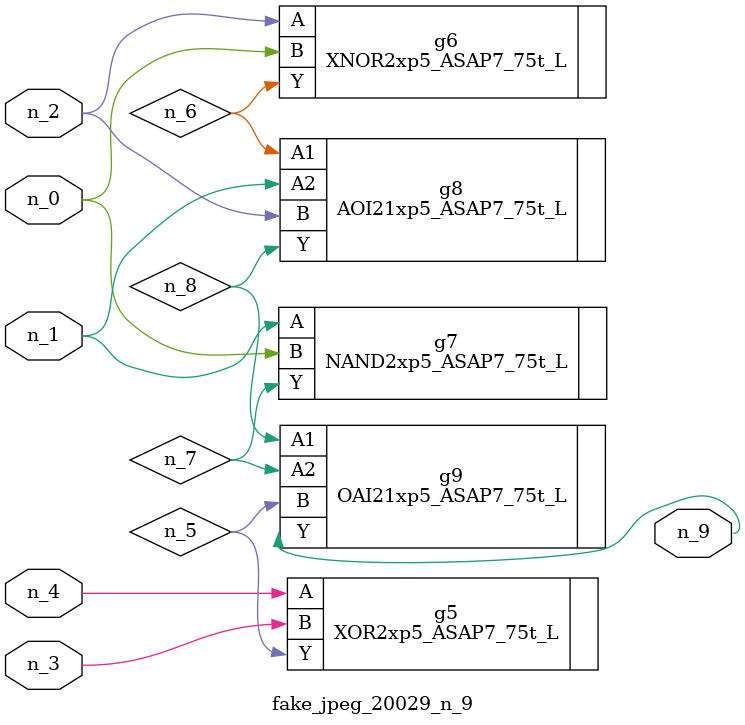
<source format=v>
module fake_jpeg_20029_n_9 (n_3, n_2, n_1, n_0, n_4, n_9);

input n_3;
input n_2;
input n_1;
input n_0;
input n_4;

output n_9;

wire n_8;
wire n_6;
wire n_5;
wire n_7;

XOR2xp5_ASAP7_75t_L g5 ( 
.A(n_4),
.B(n_3),
.Y(n_5)
);

XNOR2xp5_ASAP7_75t_L g6 ( 
.A(n_2),
.B(n_0),
.Y(n_6)
);

NAND2xp5_ASAP7_75t_L g7 ( 
.A(n_1),
.B(n_0),
.Y(n_7)
);

AOI21xp5_ASAP7_75t_L g8 ( 
.A1(n_6),
.A2(n_1),
.B(n_2),
.Y(n_8)
);

OAI21xp5_ASAP7_75t_L g9 ( 
.A1(n_8),
.A2(n_7),
.B(n_5),
.Y(n_9)
);


endmodule
</source>
